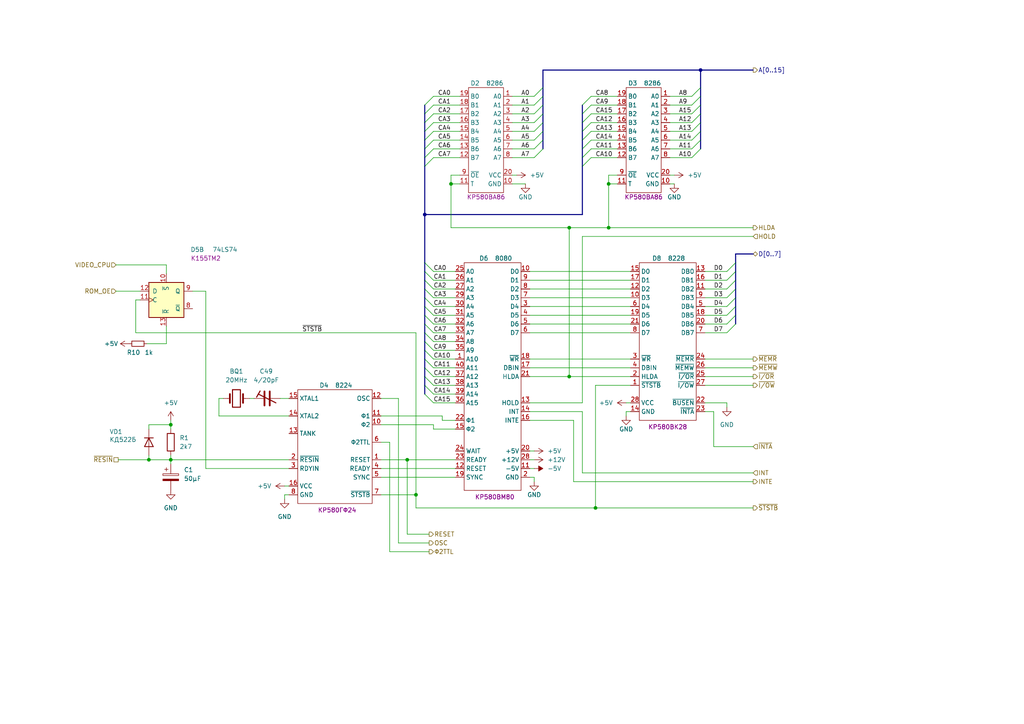
<source format=kicad_sch>
(kicad_sch (version 20211123) (generator eeschema)
  (paper "A4")
  (lib_symbols
    (symbol "74xx:74LS74" (pin_names (offset 1.016))
      (property "Reference" "U" (at -7.62 8.89 0))
      (property "Value" "74LS74" (at -7.62 -8.89 0))
      (symbol "74LS74_1_0"
        (pin input line (at 0 -7.62 90) (length 2.54) (name "~{R}") (number "1"))
        (pin input line (at -7.62 2.54 0) (length 2.54) (name "D") (number "2"))
        (pin input clock (at -7.62 0 0) (length 2.54) (name "C") (number "3"))
        (pin input line (at 0 7.62 270) (length 2.54) (name "~{S}") (number "4"))
        (pin output line (at 7.62 2.54 180) (length 2.54) (name "Q") (number "5"))
        (pin output line (at 7.62 -2.54 180) (length 2.54) (name "~{Q}") (number "6"))
      )
      (symbol "74LS74_1_1"
        (rectangle (start -5.08 5.08) (end 5.08 -5.08) (stroke (width 0.254)) (fill (type background)))
      )
      (symbol "74LS74_2_0"
        (pin input line (at 0 7.62 270) (length 2.54) (name "~{S}") (number "10"))
        (pin input clock (at -7.62 0 0) (length 2.54) (name "C") (number "11"))
        (pin input line (at -7.62 2.54 0) (length 2.54) (name "D") (number "12"))
        (pin input line (at 0 -7.62 90) (length 2.54) (name "~{R}") (number "13"))
        (pin output line (at 7.62 -2.54 180) (length 2.54) (name "~{Q}") (number "8"))
        (pin output line (at 7.62 2.54 180) (length 2.54) (name "Q") (number "9"))
      )
      (symbol "74LS74_2_1"
        (rectangle (start -5.08 5.08) (end 5.08 -5.08) (stroke (width 0.254)) (fill (type background)))
      )
      (symbol "74LS74_3_0"
        (pin power_in line (at 0 10.16 270) (length 2.54) (name "VCC") (number "14"))
        (pin power_in line (at 0 -10.16 90) (length 2.54) (name "GND") (number "7"))
      )
      (symbol "74LS74_3_1"
        (rectangle (start -5.08 7.62) (end 5.08 -7.62) (stroke (width 0.254)) (fill (type background)))
      )
    )
    (symbol "8286_1"
      (property "Reference" "D2" (at 5.08 5.08 0))
      (property "Value" "8286" (at 5.08 2.54 0))
      (symbol "8286_1_0_1"
        (rectangle (start 0 0) (end 10.16 -30.48))
      )
      (symbol "8286_1_1_1"
        (pin bidirectional line (at 12.7 -2.54 180) (length 2.54) (name "A0") (number "1"))
        (pin power_in line (at 12.7 -27.94 180) (length 2.54) (name "GND") (number "10"))
        (pin input line (at -2.54 -27.94 0) (length 2.54) (name "T") (number "11"))
        (pin bidirectional line (at -2.54 -20.32 0) (length 2.54) (name "B7") (number "12"))
        (pin bidirectional line (at -2.54 -17.78 0) (length 2.54) (name "B6") (number "13"))
        (pin bidirectional line (at -2.54 -15.24 0) (length 2.54) (name "B5") (number "14"))
        (pin bidirectional line (at -2.54 -12.7 0) (length 2.54) (name "B4") (number "15"))
        (pin bidirectional line (at -2.54 -10.16 0) (length 2.54) (name "B3") (number "16"))
        (pin bidirectional line (at -2.54 -7.62 0) (length 2.54) (name "B2") (number "17"))
        (pin bidirectional line (at -2.54 -5.08 0) (length 2.54) (name "B1") (number "18"))
        (pin bidirectional line (at -2.54 -2.54 0) (length 2.54) (name "B0") (number "19"))
        (pin bidirectional line (at 12.7 -5.08 180) (length 2.54) (name "A1") (number "2"))
        (pin bidirectional line (at 12.7 -25.4 180) (length 2.54) (name "VCC") (number "20"))
        (pin bidirectional line (at 12.7 -7.62 180) (length 2.54) (name "A2") (number "3"))
        (pin bidirectional line (at 12.7 -10.16 180) (length 2.54) (name "A3") (number "4"))
        (pin bidirectional line (at 12.7 -12.7 180) (length 2.54) (name "A4") (number "5"))
        (pin bidirectional line (at 12.7 -15.24 180) (length 2.54) (name "A5") (number "6"))
        (pin bidirectional line (at 12.7 -17.78 180) (length 2.54) (name "A6") (number "7"))
        (pin bidirectional line (at 12.7 -20.32 180) (length 2.54) (name "A7") (number "8"))
        (pin input line (at -2.54 -25.4 0) (length 2.54) (name "~{OE}") (number "9"))
      )
    )
    (symbol "Device:C_Polarized" (pin_numbers hide) (pin_names (offset 0.254))
      (property "Reference" "C" (at 0.635 2.54 0))
      (property "Value" "C_Polarized" (at 0.635 -2.54 0))
      (symbol "C_Polarized_0_1"
        (rectangle (start -2.286 0.508) (end 2.286 1.016))
        (polyline (pts (xy -1.778 2.286) (xy -0.762 2.286)))
        (polyline (pts (xy -1.27 2.794) (xy -1.27 1.778)))
        (rectangle (start 2.286 -0.508) (end -2.286 -1.016) (fill (type outline)))
      )
      (symbol "C_Polarized_1_1"
        (pin passive line (at 0 3.81 270) (length 2.794) (name "~") (number "1"))
        (pin passive line (at 0 -3.81 90) (length 2.794) (name "~") (number "2"))
      )
    )
    (symbol "Device:C_Trim" (pin_numbers hide) (pin_names (offset 0.254) hide)
      (property "Reference" "C" (at 1.524 -2.032 0))
      (property "Value" "C_Trim" (at 3.048 -3.556 0))
      (symbol "C_Trim_0_1"
        (polyline (pts (xy -2.032 -0.762) (xy 2.032 -0.762)) (stroke (width 0.508)))
        (polyline (pts (xy -2.032 0.762) (xy 2.032 0.762)) (stroke (width 0.508)))
        (polyline (pts (xy 1.27 2.54) (xy -1.27 -2.54)) (stroke (width 0.3048)))
        (polyline (pts (xy 1.27 2.54) (xy 0.381 3.048)) (stroke (width 0.3048)))
        (polyline (pts (xy 1.27 2.54) (xy 2.159 2.032)) (stroke (width 0.3048)))
      )
      (symbol "C_Trim_1_1"
        (pin passive line (at 0 3.81 270) (length 3.048) (name "~") (number "1"))
        (pin passive line (at 0 -3.81 90) (length 3.048) (name "~") (number "2"))
      )
    )
    (symbol "Device:Crystal" (pin_numbers hide) (pin_names (offset 1.016) hide)
      (property "Reference" "Y" (at 0 3.81 0))
      (property "Value" "Crystal" (at 0 -3.81 0))
      (symbol "Crystal_0_1"
        (rectangle (start -1.143 2.54) (end 1.143 -2.54) (stroke (width 0.3048)))
        (polyline (pts (xy -2.54 0) (xy -1.905 0)))
        (polyline (pts (xy -1.905 -1.27) (xy -1.905 1.27)) (stroke (width 0.508)))
        (polyline (pts (xy 1.905 -1.27) (xy 1.905 1.27)) (stroke (width 0.508)))
        (polyline (pts (xy 2.54 0) (xy 1.905 0)))
      )
      (symbol "Crystal_1_1"
        (pin passive line (at -3.81 0 0) (length 1.27) (name "1") (number "1"))
        (pin passive line (at 3.81 0 180) (length 1.27) (name "2") (number "2"))
      )
    )
    (symbol "Device:D" (pin_numbers hide) (pin_names (offset 1.016) hide)
      (property "Reference" "D" (at 0 2.54 0))
      (property "Value" "D" (at 0 -2.54 0))
      (symbol "D_0_1"
        (polyline (pts (xy -1.27 1.27) (xy -1.27 -1.27)) (stroke (width 0.254)))
        (polyline (pts (xy 1.27 0) (xy -1.27 0)))
        (polyline (pts (xy 1.27 1.27) (xy 1.27 -1.27) (xy -1.27 0) (xy 1.27 1.27)) (stroke (width 0.254)))
      )
      (symbol "D_1_1"
        (pin passive line (at -3.81 0 0) (length 2.54) (name "K") (number "1"))
        (pin passive line (at 3.81 0 180) (length 2.54) (name "A") (number "2"))
      )
    )
    (symbol "Device:R" (pin_numbers hide) (pin_names (offset 0))
      (property "Reference" "R" (at 2.032 0 90))
      (property "Value" "R" (at 0 0 90))
      (symbol "R_0_1"
        (rectangle (start -1.016 -2.54) (end 1.016 2.54) (stroke (width 0.254)))
      )
      (symbol "R_1_1"
        (pin passive line (at 0 3.81 270) (length 1.27) (name "~") (number "1"))
        (pin passive line (at 0 -3.81 90) (length 1.27) (name "~") (number "2"))
      )
    )
    (symbol "Device:R_Small" (pin_numbers hide) (pin_names (offset 0.254) hide)
      (property "Reference" "R" (at 0.762 0.508 0))
      (property "Value" "R_Small" (at 0.762 -1.016 0))
      (symbol "R_Small_0_1"
        (rectangle (start -0.762 1.778) (end 0.762 -1.778) (stroke (width 0.2032)))
      )
      (symbol "R_Small_1_1"
        (pin passive line (at 0 2.54 270) (length 0.762) (name "~") (number "1"))
        (pin passive line (at 0 -2.54 90) (length 0.762) (name "~") (number "2"))
      )
    )
    (symbol "intel8080:8080"
      (property "Reference" "U" (at 5.08 1.27 0))
      (property "Value" "8080" (at 8.89 -67.31 0))
      (symbol "8080_0_1"
        (rectangle (start 0 0) (end 16.51 -66.04))
      )
      (symbol "8080_1_1"
        (pin output line (at -2.54 -27.94 0) (length 2.54) (name "A10") (number "1"))
        (pin bidirectional line (at 19.05 -2.54 180) (length 2.54) (name "D0") (number "10"))
        (pin power_in line (at 19.05 -59.69 180) (length 2.54) (name "-5V") (number "11"))
        (pin input line (at -2.54 -59.69 0) (length 2.54) (name "RESET") (number "12"))
        (pin input line (at 19.05 -40.64 180) (length 2.54) (name "HOLD") (number "13"))
        (pin input line (at 19.05 -43.18 180) (length 2.54) (name "INT") (number "14"))
        (pin input line (at -2.54 -48.26 0) (length 2.54) (name "Φ2") (number "15"))
        (pin output line (at 19.05 -45.72 180) (length 2.54) (name "INTE") (number "16"))
        (pin output line (at 19.05 -30.48 180) (length 2.54) (name "DBIN") (number "17"))
        (pin output line (at 19.05 -27.94 180) (length 2.54) (name "~{WR}") (number "18"))
        (pin output line (at -2.54 -62.23 0) (length 2.54) (name "SYNC") (number "19"))
        (pin power_in line (at 19.05 -62.23 180) (length 2.54) (name "GND") (number "2"))
        (pin power_in line (at 19.05 -54.61 180) (length 2.54) (name "+5V") (number "20"))
        (pin output line (at 19.05 -33.02 180) (length 2.54) (name "HLDA") (number "21"))
        (pin input line (at -2.54 -45.72 0) (length 2.54) (name "Φ1") (number "22"))
        (pin input line (at -2.54 -57.15 0) (length 2.54) (name "READY") (number "23"))
        (pin output line (at -2.54 -54.61 0) (length 2.54) (name "WAIT") (number "24"))
        (pin output line (at -2.54 -2.54 0) (length 2.54) (name "A0") (number "25"))
        (pin output line (at -2.54 -5.08 0) (length 2.54) (name "A1") (number "26"))
        (pin output line (at -2.54 -7.62 0) (length 2.54) (name "A2") (number "27"))
        (pin power_in line (at 19.05 -57.15 180) (length 2.54) (name "+12V") (number "28"))
        (pin output line (at -2.54 -10.16 0) (length 2.54) (name "A3") (number "29"))
        (pin bidirectional line (at 19.05 -12.7 180) (length 2.54) (name "D4") (number "3"))
        (pin output line (at -2.54 -12.7 0) (length 2.54) (name "A4") (number "30"))
        (pin output line (at -2.54 -15.24 0) (length 2.54) (name "A5") (number "31"))
        (pin output line (at -2.54 -17.78 0) (length 2.54) (name "A6") (number "32"))
        (pin output line (at -2.54 -20.32 0) (length 2.54) (name "A7") (number "33"))
        (pin output line (at -2.54 -22.86 0) (length 2.54) (name "A8") (number "34"))
        (pin output line (at -2.54 -25.4 0) (length 2.54) (name "A9") (number "35"))
        (pin output line (at -2.54 -40.64 0) (length 2.54) (name "A15") (number "36"))
        (pin output line (at -2.54 -33.02 0) (length 2.54) (name "A12") (number "37"))
        (pin output line (at -2.54 -35.56 0) (length 2.54) (name "A13") (number "38"))
        (pin output line (at -2.54 -38.1 0) (length 2.54) (name "A14") (number "39"))
        (pin bidirectional line (at 19.05 -15.24 180) (length 2.54) (name "D5") (number "4"))
        (pin output line (at -2.54 -30.48 0) (length 2.54) (name "A11") (number "40"))
        (pin bidirectional line (at 19.05 -17.78 180) (length 2.54) (name "D6") (number "5"))
        (pin bidirectional line (at 19.05 -20.32 180) (length 2.54) (name "D7") (number "6"))
        (pin bidirectional line (at 19.05 -10.16 180) (length 2.54) (name "D3") (number "7"))
        (pin bidirectional line (at 19.05 -7.62 180) (length 2.54) (name "D2") (number "8"))
        (pin bidirectional line (at 19.05 -5.08 180) (length 2.54) (name "D1") (number "9"))
      )
    )
    (symbol "intel8080:8224"
      (property "Reference" "U" (at 10.16 1.27 0))
      (property "Value" "8224" (at 11.43 -34.29 0))
      (symbol "8224_0_1"
        (rectangle (start 0 0) (end 21.59 -33.02))
      )
      (symbol "8224_1_1"
        (pin output line (at 24.13 -20.32 180) (length 2.54) (name "RESET") (number "1"))
        (pin output line (at 24.13 -10.16 180) (length 2.54) (name "Φ2") (number "10"))
        (pin output line (at 24.13 -7.62 180) (length 2.54) (name "Φ1") (number "11"))
        (pin output line (at 24.13 -2.54 180) (length 2.54) (name "OSC") (number "12"))
        (pin input line (at -2.54 -12.7 0) (length 2.54) (name "TANK") (number "13"))
        (pin input line (at -2.54 -7.62 0) (length 2.54) (name "XTAL2") (number "14"))
        (pin input line (at -2.54 -2.54 0) (length 2.54) (name "XTAL1") (number "15"))
        (pin power_in line (at -2.54 -27.94 0) (length 2.54) (name "VCC") (number "16"))
        (pin input line (at -2.54 -20.32 0) (length 2.54) (name "~{RESIN}") (number "2"))
        (pin input line (at -2.54 -22.86 0) (length 2.54) (name "RDYIN") (number "3"))
        (pin output line (at 24.13 -22.86 180) (length 2.54) (name "READY") (number "4"))
        (pin input line (at 24.13 -25.4 180) (length 2.54) (name "SYNC") (number "5"))
        (pin output line (at 24.13 -15.24 180) (length 2.54) (name "Φ2TTL") (number "6"))
        (pin output line (at 24.13 -30.48 180) (length 2.54) (name "~{STSTB}") (number "7"))
        (pin power_in line (at -2.54 -30.48 0) (length 2.54) (name "GND") (number "8"))
      )
    )
    (symbol "intel8080:8228"
      (property "Reference" "D8" (at 8.89 3.81 0))
      (property "Value" "8228 / КР580ВК28" (at 10.16 1.27 0))
      (symbol "8228_0_1"
        (rectangle (start 0 0) (end 16.51 -45.72))
      )
      (symbol "8228_1_1"
        (pin input line (at -2.54 -35.56 0) (length 2.54) (name "~{STSTB}") (number "1"))
        (pin bidirectional line (at -2.54 -10.16 0) (length 2.54) (name "D3") (number "10"))
        (pin bidirectional line (at 19.05 -7.62 180) (length 2.54) (name "DB2") (number "11"))
        (pin bidirectional line (at -2.54 -7.62 0) (length 2.54) (name "D2") (number "12"))
        (pin bidirectional line (at 19.05 -2.54 180) (length 2.54) (name "DB0") (number "13"))
        (pin power_in line (at -2.54 -43.18 0) (length 2.54) (name "GND") (number "14"))
        (pin bidirectional line (at -2.54 -2.54 0) (length 2.54) (name "D0") (number "15"))
        (pin bidirectional line (at 19.05 -5.08 180) (length 2.54) (name "DB1") (number "16"))
        (pin bidirectional line (at -2.54 -5.08 0) (length 2.54) (name "D1") (number "17"))
        (pin bidirectional line (at 19.05 -15.24 180) (length 2.54) (name "DB5") (number "18"))
        (pin bidirectional line (at -2.54 -15.24 0) (length 2.54) (name "D5") (number "19"))
        (pin input line (at -2.54 -33.02 0) (length 2.54) (name "HLDA") (number "2"))
        (pin bidirectional line (at 19.05 -17.78 180) (length 2.54) (name "DB6") (number "20"))
        (pin bidirectional line (at -2.54 -17.78 0) (length 2.54) (name "D6") (number "21"))
        (pin input line (at 19.05 -40.64 180) (length 2.54) (name "~{BUSEN}") (number "22"))
        (pin output line (at 19.05 -43.18 180) (length 2.54) (name "~{INTA}") (number "23"))
        (pin output line (at 19.05 -27.94 180) (length 2.54) (name "~{MEMR}") (number "24"))
        (pin output line (at 19.05 -33.02 180) (length 2.54) (name "~{I/OR}") (number "25"))
        (pin output line (at 19.05 -30.48 180) (length 2.54) (name "~{MEMW}") (number "26"))
        (pin output line (at 19.05 -35.56 180) (length 2.54) (name "~{I/OW}") (number "27"))
        (pin power_in line (at -2.54 -40.64 0) (length 2.54) (name "VCC") (number "28"))
        (pin input line (at -2.54 -27.94 0) (length 2.54) (name "~{WR}") (number "3"))
        (pin input line (at -2.54 -30.48 0) (length 2.54) (name "DBIN") (number "4"))
        (pin bidirectional line (at 19.05 -12.7 180) (length 2.54) (name "DB4") (number "5"))
        (pin bidirectional line (at -2.54 -12.7 0) (length 2.54) (name "D4") (number "6"))
        (pin bidirectional line (at 19.05 -20.32 180) (length 2.54) (name "DB7") (number "7"))
        (pin bidirectional line (at -2.54 -20.32 0) (length 2.54) (name "D7") (number "8"))
        (pin bidirectional line (at 19.05 -10.16 180) (length 2.54) (name "DB3") (number "9"))
      )
    )
    (symbol "intel8080:8286"
      (property "Reference" "D2" (at 5.08 5.08 0))
      (property "Value" "8286" (at 5.08 2.54 0))
      (symbol "8286_0_1"
        (rectangle (start 0 0) (end 10.16 -30.48))
      )
      (symbol "8286_1_1"
        (pin bidirectional line (at 12.7 -2.54 180) (length 2.54) (name "A0") (number "1"))
        (pin power_in line (at 12.7 -27.94 180) (length 2.54) (name "GND") (number "10"))
        (pin input line (at -2.54 -27.94 0) (length 2.54) (name "T") (number "11"))
        (pin bidirectional line (at -2.54 -20.32 0) (length 2.54) (name "B7") (number "12"))
        (pin bidirectional line (at -2.54 -17.78 0) (length 2.54) (name "B6") (number "13"))
        (pin bidirectional line (at -2.54 -15.24 0) (length 2.54) (name "B5") (number "14"))
        (pin bidirectional line (at -2.54 -12.7 0) (length 2.54) (name "B4") (number "15"))
        (pin bidirectional line (at -2.54 -10.16 0) (length 2.54) (name "B3") (number "16"))
        (pin bidirectional line (at -2.54 -7.62 0) (length 2.54) (name "B2") (number "17"))
        (pin bidirectional line (at -2.54 -5.08 0) (length 2.54) (name "B1") (number "18"))
        (pin bidirectional line (at -2.54 -2.54 0) (length 2.54) (name "B0") (number "19"))
        (pin bidirectional line (at 12.7 -5.08 180) (length 2.54) (name "A1") (number "2"))
        (pin bidirectional line (at 12.7 -25.4 180) (length 2.54) (name "VCC") (number "20"))
        (pin bidirectional line (at 12.7 -7.62 180) (length 2.54) (name "A2") (number "3"))
        (pin bidirectional line (at 12.7 -10.16 180) (length 2.54) (name "A3") (number "4"))
        (pin bidirectional line (at 12.7 -12.7 180) (length 2.54) (name "A4") (number "5"))
        (pin bidirectional line (at 12.7 -15.24 180) (length 2.54) (name "A5") (number "6"))
        (pin bidirectional line (at 12.7 -17.78 180) (length 2.54) (name "A6") (number "7"))
        (pin bidirectional line (at 12.7 -20.32 180) (length 2.54) (name "A7") (number "8"))
        (pin input line (at -2.54 -25.4 0) (length 2.54) (name "~{OE}") (number "9"))
      )
    )
    (symbol "power:+12V" (power) (pin_names (offset 0))
      (property "Value" "+12V" (at 0 3.556 0))
      (symbol "+12V_0_1"
        (polyline (pts (xy -0.762 1.27) (xy 0 2.54)))
        (polyline (pts (xy 0 0) (xy 0 2.54)))
        (polyline (pts (xy 0 2.54) (xy 0.762 1.27)))
      )
      (symbol "+12V_1_1"
        (pin power_in line (at 0 0 90) (length 0) hide (name "+12V") (number "1"))
      )
    )
    (symbol "power:+5V" (power) (pin_names (offset 0))
      (property "Value" "+5V" (at 0 3.556 0))
      (symbol "+5V_0_1"
        (polyline (pts (xy -0.762 1.27) (xy 0 2.54)))
        (polyline (pts (xy 0 0) (xy 0 2.54)))
        (polyline (pts (xy 0 2.54) (xy 0.762 1.27)))
      )
      (symbol "+5V_1_1"
        (pin power_in line (at 0 0 90) (length 0) hide (name "+5V") (number "1"))
      )
    )
    (symbol "power:-5V" (power) (pin_names (offset 0))
      (property "Value" "-5V" (at 0 3.81 0))
      (symbol "-5V_0_0"
        (pin power_in line (at 0 0 90) (length 0) hide (name "-5V") (number "1"))
      )
      (symbol "-5V_0_1"
        (polyline (pts (xy 0 0) (xy 0 1.27) (xy 0.762 1.27) (xy 0 2.54) (xy -0.762 1.27) (xy 0 1.27)) (fill (type outline)))
      )
    )
    (symbol "power:GND" (power) (pin_names (offset 0))
      (property "Value" "GND" (at 0 -3.81 0))
      (symbol "GND_0_1"
        (polyline (pts (xy 0 0) (xy 0 -1.27) (xy 1.27 -1.27) (xy 0 -2.54) (xy -1.27 -1.27) (xy 0 -1.27)))
      )
      (symbol "GND_1_1"
        (pin power_in line (at 0 0 270) (length 0) hide (name "GND") (number "1"))
      )
    )
  )
  (junction (at 176.53 53.34))
  (junction (at 130.81 53.34))
  (junction (at 49.53 133.35))
  (junction (at 43.18 133.35))
  (junction (at 120.65 143.51))
  (junction (at 49.53 123.19))
  (junction (at 176.53 66.04))
  (junction (at 172.72 147.32))
  (junction (at 165.1 109.22))
  (junction (at 118.11 133.35))
  (junction (at 123.19 62.23))
  (junction (at 203.2 20.32))
  (junction (at 165.1 66.04))
  (bus_entry (at 123.19 35.56) (size 2.54 -2.54))
  (bus_entry (at 123.19 40.64) (size 2.54 -2.54))
  (bus_entry (at 123.19 38.1) (size 2.54 -2.54))
  (bus_entry (at 123.19 45.72) (size 2.54 -2.54))
  (bus_entry (at 123.19 43.18) (size 2.54 -2.54))
  (bus_entry (at 123.19 48.26) (size 2.54 -2.54))
  (bus_entry (at 123.19 81.28) (size 2.54 2.54))
  (bus_entry (at 123.19 76.2) (size 2.54 2.54))
  (bus_entry (at 210.82 93.98) (size 2.54 -2.54))
  (bus_entry (at 200.66 40.64) (size 2.54 -2.54))
  (bus_entry (at 123.19 33.02) (size 2.54 -2.54))
  (bus_entry (at 123.19 30.48) (size 2.54 -2.54))
  (bus_entry (at 210.82 81.28) (size 2.54 -2.54))
  (bus_entry (at 154.94 43.18) (size 2.54 -2.54))
  (bus_entry (at 123.19 83.82) (size 2.54 2.54))
  (bus_entry (at 154.94 27.94) (size 2.54 -2.54))
  (bus_entry (at 200.66 45.72) (size 2.54 -2.54))
  (bus_entry (at 123.19 93.98) (size 2.54 2.54))
  (bus_entry (at 168.91 35.56) (size 2.54 -2.54))
  (bus_entry (at 123.19 104.14) (size 2.54 2.54))
  (bus_entry (at 168.91 43.18) (size 2.54 -2.54))
  (bus_entry (at 154.94 45.72) (size 2.54 -2.54))
  (bus_entry (at 123.19 91.44) (size 2.54 2.54))
  (bus_entry (at 200.66 30.48) (size 2.54 -2.54))
  (bus_entry (at 123.19 96.52) (size 2.54 2.54))
  (bus_entry (at 210.82 96.52) (size 2.54 -2.54))
  (bus_entry (at 168.91 30.48) (size 2.54 -2.54))
  (bus_entry (at 154.94 35.56) (size 2.54 -2.54))
  (bus_entry (at 200.66 35.56) (size 2.54 -2.54))
  (bus_entry (at 123.19 109.22) (size 2.54 2.54))
  (bus_entry (at 210.82 86.36) (size 2.54 -2.54))
  (bus_entry (at 154.94 30.48) (size 2.54 -2.54))
  (bus_entry (at 123.19 99.06) (size 2.54 2.54))
  (bus_entry (at 123.19 101.6) (size 2.54 2.54))
  (bus_entry (at 123.19 88.9) (size 2.54 2.54))
  (bus_entry (at 168.91 48.26) (size 2.54 -2.54))
  (bus_entry (at 200.66 43.18) (size 2.54 -2.54))
  (bus_entry (at 123.19 86.36) (size 2.54 2.54))
  (bus_entry (at 168.91 45.72) (size 2.54 -2.54))
  (bus_entry (at 210.82 91.44) (size 2.54 -2.54))
  (bus_entry (at 168.91 38.1) (size 2.54 -2.54))
  (bus_entry (at 168.91 40.64) (size 2.54 -2.54))
  (bus_entry (at 154.94 38.1) (size 2.54 -2.54))
  (bus_entry (at 210.82 78.74) (size 2.54 -2.54))
  (bus_entry (at 123.19 78.74) (size 2.54 2.54))
  (bus_entry (at 210.82 88.9) (size 2.54 -2.54))
  (bus_entry (at 168.91 33.02) (size 2.54 -2.54))
  (bus_entry (at 123.19 114.3) (size 2.54 2.54))
  (bus_entry (at 154.94 33.02) (size 2.54 -2.54))
  (bus_entry (at 200.66 38.1) (size 2.54 -2.54))
  (bus_entry (at 123.19 106.68) (size 2.54 2.54))
  (bus_entry (at 200.66 27.94) (size 2.54 -2.54))
  (bus_entry (at 210.82 83.82) (size 2.54 -2.54))
  (bus_entry (at 200.66 33.02) (size 2.54 -2.54))
  (bus_entry (at 123.19 111.76) (size 2.54 2.54))
  (bus_entry (at 154.94 40.64) (size 2.54 -2.54))
  (wire (pts (xy 63.5 115.57) (xy 64.77 115.57)))
  (wire (pts (xy 120.65 96.52) (xy 120.65 143.51)))
  (bus (pts (xy 157.48 35.56) (xy 157.48 33.02)))
  (wire (pts (xy 148.59 30.48) (xy 154.94 30.48)))
  (bus (pts (xy 213.36 83.82) (xy 213.36 81.28)))
  (bus (pts (xy 203.2 38.1) (xy 203.2 40.64)))
  (wire (pts (xy 176.53 53.34) (xy 176.53 66.04)))
  (wire (pts (xy 82.55 144.78) (xy 82.55 143.51)))
  (wire (pts (xy 207.01 129.54) (xy 218.44 129.54)))
  (bus (pts (xy 203.2 40.64) (xy 203.2 43.18)))
  (wire (pts (xy 148.59 38.1) (xy 154.94 38.1)))
  (wire (pts (xy 207.01 119.38) (xy 207.01 129.54)))
  (wire (pts (xy 110.49 143.51) (xy 120.65 143.51)))
  (wire (pts (xy 172.72 147.32) (xy 172.72 111.76)))
  (wire (pts (xy 204.47 106.68) (xy 218.44 106.68)))
  (wire (pts (xy 125.73 91.44) (xy 132.08 91.44)))
  (bus (pts (xy 157.48 30.48) (xy 157.48 27.94)))
  (wire (pts (xy 113.03 160.02) (xy 124.46 160.02)))
  (bus (pts (xy 168.91 38.1) (xy 168.91 40.64)))
  (bus (pts (xy 123.19 76.2) (xy 123.19 78.74)))
  (wire (pts (xy 83.82 120.65) (xy 63.5 120.65)))
  (wire (pts (xy 125.73 106.68) (xy 132.08 106.68)))
  (wire (pts (xy 148.59 27.94) (xy 154.94 27.94)))
  (wire (pts (xy 168.91 119.38) (xy 168.91 137.16)))
  (wire (pts (xy 181.61 116.84) (xy 182.88 116.84)))
  (wire (pts (xy 82.55 140.97) (xy 83.82 140.97)))
  (wire (pts (xy 39.37 86.995) (xy 40.64 86.995)))
  (wire (pts (xy 171.45 45.72) (xy 179.07 45.72)))
  (bus (pts (xy 168.91 30.48) (xy 168.91 33.02)))
  (wire (pts (xy 125.73 83.82) (xy 132.08 83.82)))
  (bus (pts (xy 123.19 62.23) (xy 123.19 76.2)))
  (bus (pts (xy 213.36 78.74) (xy 213.36 76.2)))
  (wire (pts (xy 125.73 78.74) (xy 132.08 78.74)))
  (bus (pts (xy 123.19 62.23) (xy 168.91 62.23)))
  (wire (pts (xy 204.47 91.44) (xy 210.82 91.44)))
  (wire (pts (xy 128.27 121.92) (xy 132.08 121.92)))
  (wire (pts (xy 125.73 99.06) (xy 132.08 99.06)))
  (wire (pts (xy 171.45 33.02) (xy 179.07 33.02)))
  (bus (pts (xy 123.19 106.68) (xy 123.19 109.22)))
  (wire (pts (xy 125.73 111.76) (xy 132.08 111.76)))
  (wire (pts (xy 118.11 133.35) (xy 132.08 133.35)))
  (wire (pts (xy 153.67 109.22) (xy 165.1 109.22)))
  (wire (pts (xy 63.5 120.65) (xy 63.5 115.57)))
  (wire (pts (xy 166.37 139.7) (xy 218.44 139.7)))
  (wire (pts (xy 125.73 116.84) (xy 132.08 116.84)))
  (bus (pts (xy 213.36 91.44) (xy 213.36 88.9)))
  (wire (pts (xy 125.73 86.36) (xy 132.08 86.36)))
  (bus (pts (xy 157.48 25.4) (xy 157.48 20.32)))
  (wire (pts (xy 194.31 53.34) (xy 195.58 53.34)))
  (wire (pts (xy 130.81 50.8) (xy 130.81 53.34)))
  (wire (pts (xy 153.67 106.68) (xy 182.88 106.68)))
  (wire (pts (xy 168.91 116.84) (xy 168.91 68.58)))
  (wire (pts (xy 153.67 83.82) (xy 182.88 83.82)))
  (wire (pts (xy 124.46 154.94) (xy 118.11 154.94)))
  (wire (pts (xy 125.73 40.64) (xy 133.35 40.64)))
  (wire (pts (xy 204.47 104.14) (xy 218.44 104.14)))
  (wire (pts (xy 34.29 133.35) (xy 43.18 133.35)))
  (wire (pts (xy 81.28 115.57) (xy 83.82 115.57)))
  (bus (pts (xy 123.19 48.26) (xy 123.19 62.23)))
  (bus (pts (xy 213.36 86.36) (xy 213.36 83.82)))
  (wire (pts (xy 165.1 109.22) (xy 182.88 109.22)))
  (wire (pts (xy 153.67 130.81) (xy 154.94 130.81)))
  (wire (pts (xy 171.45 43.18) (xy 179.07 43.18)))
  (wire (pts (xy 204.47 109.22) (xy 218.44 109.22)))
  (wire (pts (xy 153.67 78.74) (xy 182.88 78.74)))
  (bus (pts (xy 213.36 93.98) (xy 213.36 91.44)))
  (wire (pts (xy 153.67 91.44) (xy 182.88 91.44)))
  (wire (pts (xy 110.49 135.89) (xy 132.08 135.89)))
  (bus (pts (xy 203.2 27.94) (xy 203.2 30.48)))
  (bus (pts (xy 123.19 99.06) (xy 123.19 101.6)))
  (wire (pts (xy 165.1 66.04) (xy 176.53 66.04)))
  (wire (pts (xy 176.53 53.34) (xy 179.07 53.34)))
  (wire (pts (xy 194.31 40.64) (xy 200.66 40.64)))
  (bus (pts (xy 123.19 83.82) (xy 123.19 86.36)))
  (bus (pts (xy 123.19 45.72) (xy 123.19 48.26)))
  (wire (pts (xy 39.37 96.52) (xy 39.37 86.995)))
  (wire (pts (xy 153.67 133.35) (xy 154.94 133.35)))
  (wire (pts (xy 125.73 35.56) (xy 133.35 35.56)))
  (bus (pts (xy 123.19 88.9) (xy 123.19 91.44)))
  (wire (pts (xy 125.73 38.1) (xy 133.35 38.1)))
  (wire (pts (xy 43.18 124.46) (xy 43.18 123.19)))
  (wire (pts (xy 153.67 119.38) (xy 168.91 119.38)))
  (wire (pts (xy 153.67 116.84) (xy 168.91 116.84)))
  (bus (pts (xy 157.48 38.1) (xy 157.48 35.56)))
  (wire (pts (xy 130.81 66.04) (xy 130.81 53.34)))
  (wire (pts (xy 110.49 123.19) (xy 125.73 123.19)))
  (bus (pts (xy 203.2 35.56) (xy 203.2 38.1)))
  (wire (pts (xy 204.47 96.52) (xy 210.82 96.52)))
  (wire (pts (xy 118.11 154.94) (xy 118.11 133.35)))
  (wire (pts (xy 148.59 33.02) (xy 154.94 33.02)))
  (bus (pts (xy 123.19 78.74) (xy 123.19 81.28)))
  (wire (pts (xy 59.69 84.455) (xy 59.69 135.89)))
  (wire (pts (xy 42.545 99.695) (xy 48.26 99.695)))
  (bus (pts (xy 123.19 40.64) (xy 123.19 43.18)))
  (bus (pts (xy 213.36 88.9) (xy 213.36 86.36)))
  (wire (pts (xy 125.73 45.72) (xy 133.35 45.72)))
  (wire (pts (xy 33.655 76.835) (xy 48.26 76.835)))
  (wire (pts (xy 130.81 53.34) (xy 133.35 53.34)))
  (wire (pts (xy 43.18 133.35) (xy 43.18 132.08)))
  (wire (pts (xy 48.26 94.615) (xy 48.26 99.695)))
  (wire (pts (xy 49.53 123.19) (xy 49.53 124.46)))
  (wire (pts (xy 172.72 111.76) (xy 182.88 111.76)))
  (bus (pts (xy 157.48 20.32) (xy 203.2 20.32)))
  (wire (pts (xy 194.31 50.8) (xy 195.58 50.8)))
  (bus (pts (xy 123.19 101.6) (xy 123.19 104.14)))
  (wire (pts (xy 194.31 30.48) (xy 200.66 30.48)))
  (wire (pts (xy 153.67 81.28) (xy 182.88 81.28)))
  (wire (pts (xy 59.69 135.89) (xy 83.82 135.89)))
  (wire (pts (xy 49.53 121.92) (xy 49.53 123.19)))
  (wire (pts (xy 125.73 114.3) (xy 132.08 114.3)))
  (bus (pts (xy 157.48 27.94) (xy 157.48 25.4)))
  (wire (pts (xy 204.47 81.28) (xy 210.82 81.28)))
  (wire (pts (xy 43.18 123.19) (xy 49.53 123.19)))
  (bus (pts (xy 168.91 48.26) (xy 168.91 62.23)))
  (wire (pts (xy 204.47 86.36) (xy 210.82 86.36)))
  (wire (pts (xy 153.67 86.36) (xy 182.88 86.36)))
  (wire (pts (xy 194.31 33.02) (xy 200.66 33.02)))
  (wire (pts (xy 72.39 115.57) (xy 73.66 115.57)))
  (wire (pts (xy 120.65 96.52) (xy 39.37 96.52)))
  (wire (pts (xy 171.45 40.64) (xy 179.07 40.64)))
  (wire (pts (xy 43.18 133.35) (xy 49.53 133.35)))
  (wire (pts (xy 204.47 78.74) (xy 210.82 78.74)))
  (wire (pts (xy 125.73 30.48) (xy 133.35 30.48)))
  (wire (pts (xy 125.73 88.9) (xy 132.08 88.9)))
  (bus (pts (xy 123.19 35.56) (xy 123.19 38.1)))
  (bus (pts (xy 168.91 40.64) (xy 168.91 43.18)))
  (wire (pts (xy 204.47 119.38) (xy 207.01 119.38)))
  (wire (pts (xy 153.67 104.14) (xy 182.88 104.14)))
  (wire (pts (xy 125.73 104.14) (xy 132.08 104.14)))
  (wire (pts (xy 110.49 120.65) (xy 128.27 120.65)))
  (wire (pts (xy 171.45 27.94) (xy 179.07 27.94)))
  (wire (pts (xy 210.82 118.11) (xy 210.82 116.84)))
  (wire (pts (xy 204.47 83.82) (xy 210.82 83.82)))
  (wire (pts (xy 49.53 133.35) (xy 83.82 133.35)))
  (wire (pts (xy 125.73 27.94) (xy 133.35 27.94)))
  (bus (pts (xy 203.2 20.32) (xy 203.2 25.4)))
  (bus (pts (xy 123.19 93.98) (xy 123.19 96.52)))
  (wire (pts (xy 125.73 123.19) (xy 125.73 124.46)))
  (wire (pts (xy 125.73 43.18) (xy 133.35 43.18)))
  (wire (pts (xy 153.67 121.92) (xy 166.37 121.92)))
  (wire (pts (xy 194.31 38.1) (xy 200.66 38.1)))
  (wire (pts (xy 176.53 50.8) (xy 176.53 53.34)))
  (wire (pts (xy 110.49 133.35) (xy 118.11 133.35)))
  (wire (pts (xy 115.57 115.57) (xy 115.57 157.48)))
  (wire (pts (xy 165.1 109.22) (xy 165.1 66.04)))
  (wire (pts (xy 204.47 93.98) (xy 210.82 93.98)))
  (wire (pts (xy 148.59 35.56) (xy 154.94 35.56)))
  (bus (pts (xy 123.19 86.36) (xy 123.19 88.9)))
  (wire (pts (xy 110.49 128.27) (xy 113.03 128.27)))
  (bus (pts (xy 203.2 20.32) (xy 218.44 20.32)))
  (wire (pts (xy 148.59 43.18) (xy 154.94 43.18)))
  (wire (pts (xy 120.65 143.51) (xy 120.65 147.32)))
  (wire (pts (xy 125.73 33.02) (xy 133.35 33.02)))
  (wire (pts (xy 125.73 81.28) (xy 132.08 81.28)))
  (wire (pts (xy 153.67 93.98) (xy 182.88 93.98)))
  (wire (pts (xy 194.31 35.56) (xy 200.66 35.56)))
  (wire (pts (xy 153.67 138.43) (xy 154.94 138.43)))
  (wire (pts (xy 59.69 84.455) (xy 55.88 84.455)))
  (wire (pts (xy 172.72 147.32) (xy 218.44 147.32)))
  (wire (pts (xy 179.07 50.8) (xy 176.53 50.8)))
  (bus (pts (xy 168.91 43.18) (xy 168.91 45.72)))
  (wire (pts (xy 153.67 96.52) (xy 182.88 96.52)))
  (bus (pts (xy 123.19 91.44) (xy 123.19 93.98)))
  (wire (pts (xy 49.53 132.08) (xy 49.53 133.35)))
  (wire (pts (xy 176.53 66.04) (xy 218.44 66.04)))
  (bus (pts (xy 123.19 33.02) (xy 123.19 35.56)))
  (bus (pts (xy 213.36 81.28) (xy 213.36 78.74)))
  (wire (pts (xy 110.49 115.57) (xy 115.57 115.57)))
  (wire (pts (xy 148.59 45.72) (xy 154.94 45.72)))
  (bus (pts (xy 123.19 96.52) (xy 123.19 99.06)))
  (wire (pts (xy 125.73 96.52) (xy 132.08 96.52)))
  (wire (pts (xy 110.49 138.43) (xy 132.08 138.43)))
  (bus (pts (xy 123.19 43.18) (xy 123.19 45.72)))
  (wire (pts (xy 120.65 147.32) (xy 172.72 147.32)))
  (wire (pts (xy 168.91 137.16) (xy 218.44 137.16)))
  (bus (pts (xy 157.48 43.18) (xy 157.48 40.64)))
  (bus (pts (xy 157.48 40.64) (xy 157.48 38.1)))
  (bus (pts (xy 168.91 35.56) (xy 168.91 38.1)))
  (bus (pts (xy 213.36 76.2) (xy 213.36 73.66)))
  (wire (pts (xy 168.91 68.58) (xy 218.44 68.58)))
  (wire (pts (xy 153.67 135.89) (xy 154.94 135.89)))
  (bus (pts (xy 123.19 109.22) (xy 123.19 111.76)))
  (wire (pts (xy 113.03 128.27) (xy 113.03 160.02)))
  (bus (pts (xy 123.19 104.14) (xy 123.19 106.68)))
  (wire (pts (xy 166.37 121.92) (xy 166.37 139.7)))
  (wire (pts (xy 125.73 124.46) (xy 132.08 124.46)))
  (wire (pts (xy 204.47 111.76) (xy 218.44 111.76)))
  (wire (pts (xy 33.655 84.455) (xy 40.64 84.455)))
  (wire (pts (xy 49.53 133.35) (xy 49.53 134.62)))
  (bus (pts (xy 168.91 33.02) (xy 168.91 35.56)))
  (bus (pts (xy 157.48 33.02) (xy 157.48 30.48)))
  (wire (pts (xy 171.45 35.56) (xy 179.07 35.56)))
  (wire (pts (xy 194.31 45.72) (xy 200.66 45.72)))
  (bus (pts (xy 203.2 30.48) (xy 203.2 33.02)))
  (wire (pts (xy 171.45 30.48) (xy 179.07 30.48)))
  (wire (pts (xy 194.31 43.18) (xy 200.66 43.18)))
  (bus (pts (xy 123.19 81.28) (xy 123.19 83.82)))
  (wire (pts (xy 182.88 119.38) (xy 181.61 119.38)))
  (bus (pts (xy 213.36 73.66) (xy 218.44 73.66)))
  (wire (pts (xy 204.47 116.84) (xy 210.82 116.84)))
  (wire (pts (xy 125.73 101.6) (xy 132.08 101.6)))
  (bus (pts (xy 203.2 33.02) (xy 203.2 35.56)))
  (wire (pts (xy 115.57 157.48) (xy 124.46 157.48)))
  (wire (pts (xy 148.59 40.64) (xy 154.94 40.64)))
  (wire (pts (xy 82.55 143.51) (xy 83.82 143.51)))
  (wire (pts (xy 194.31 27.94) (xy 200.66 27.94)))
  (wire (pts (xy 125.73 93.98) (xy 132.08 93.98)))
  (wire (pts (xy 48.26 76.835) (xy 48.26 79.375)))
  (bus (pts (xy 123.19 111.76) (xy 123.19 114.3)))
  (wire (pts (xy 165.1 66.04) (xy 130.81 66.04)))
  (wire (pts (xy 133.35 50.8) (xy 130.81 50.8)))
  (bus (pts (xy 203.2 25.4) (xy 203.2 27.94)))
  (wire (pts (xy 181.61 119.38) (xy 181.61 120.65)))
  (bus (pts (xy 168.91 45.72) (xy 168.91 48.26)))
  (wire (pts (xy 204.47 88.9) (xy 210.82 88.9)))
  (wire (pts (xy 171.45 38.1) (xy 179.07 38.1)))
  (wire (pts (xy 128.27 120.65) (xy 128.27 121.92)))
  (wire (pts (xy 125.73 109.22) (xy 132.08 109.22)))
  (bus (pts (xy 123.19 30.48) (xy 123.19 33.02)))
  (wire (pts (xy 153.67 88.9) (xy 182.88 88.9)))
  (wire (pts (xy 148.59 50.8) (xy 149.86 50.8)))
  (wire (pts (xy 148.59 53.34) (xy 152.4 53.34)))
  (bus (pts (xy 123.19 38.1) (xy 123.19 40.64)))
  (wire (pts (xy 154.94 138.43) (xy 154.94 139.7)))
  (label "A14" (at 196.85 40.64 0))
  (label "CA4" (at 127 38.1 0))
  (label "CA10" (at 172.72 45.72 0))
  (label "A2" (at 151.13 33.02 0))
  (label "A8" (at 196.85 27.94 0))
  (label "CA1" (at 127 30.48 0))
  (label "CA8" (at 125.73 99.06 0))
  (label "D3" (at 207.01 86.36 0))
  (label "CA12" (at 172.72 35.56 0))
  (label "CA15" (at 125.73 116.84 0))
  (label "A7" (at 151.13 45.72 0))
  (label "CA13" (at 125.73 111.76 0))
  (label "A4" (at 151.13 38.1 0))
  (label "CA13" (at 172.72 38.1 0))
  (label "CA7" (at 127 45.72 0))
  (label "CA5" (at 127 40.64 0))
  (label "CA14" (at 172.72 40.64 0))
  (label "A1" (at 151.13 30.48 0))
  (label "CA7" (at 125.73 96.52 0))
  (label "CA2" (at 127 33.02 0))
  (label "CA1" (at 125.73 81.28 0))
  (label "A13" (at 196.85 38.1 0))
  (label "D2" (at 207.01 83.82 0))
  (label "CA10" (at 125.73 104.14 0))
  (label "A0" (at 151.13 27.94 0))
  (label "CA0" (at 125.73 78.74 0))
  (label "CA0" (at 127 27.94 0))
  (label "CA15" (at 172.72 33.02 0))
  (label "A10" (at 196.85 45.72 0))
  (label "D6" (at 207.01 93.98 0))
  (label "CA9" (at 125.73 101.6 0))
  (label "CA14" (at 125.73 114.3 0))
  (label "CA8" (at 172.72 27.94 0))
  (label "A6" (at 151.13 43.18 0))
  (label "A12" (at 196.85 35.56 0))
  (label "A3" (at 151.13 35.56 0))
  (label "CA6" (at 125.73 93.98 0))
  (label "CA11" (at 172.72 43.18 0))
  (label "CA11" (at 125.73 106.68 0))
  (label "CA12" (at 125.73 109.22 0))
  (label "CA3" (at 125.73 86.36 0))
  (label "D1" (at 207.01 81.28 0))
  (label "CA2" (at 125.73 83.82 0))
  (label "CA6" (at 127 43.18 0))
  (label "A5" (at 151.13 40.64 0))
  (label "D0" (at 207.01 78.74 0))
  (label "CA3" (at 127 35.56 0))
  (label "D4" (at 207.01 88.9 0))
  (label "D7" (at 207.01 96.52 0))
  (label "CA9" (at 172.72 30.48 0))
  (label "A15" (at 196.85 33.02 0))
  (label "D5" (at 207.01 91.44 0))
  (label "CA4" (at 125.73 88.9 0))
  (label "A11" (at 196.85 43.18 0))
  (label "CA5" (at 125.73 91.44 0))
  (label "~{STSTB}" (at 87.63 96.52 0))
  (label "A9" (at 196.85 30.48 0))
  (hierarchical_label "ROM_OE" (shape input) (at 33.655 84.455 180))
  (hierarchical_label "RESET" (shape output) (at 124.46 154.94 0))
  (hierarchical_label "HLDA" (shape output) (at 218.44 66.04 0))
  (hierarchical_label "~{INTA}" (shape input) (at 218.44 129.54 0))
  (hierarchical_label "A[0..15]" (shape output) (at 218.44 20.32 0))
  (hierarchical_label "INTE" (shape output) (at 218.44 139.7 0))
  (hierarchical_label "Φ2TTL" (shape output) (at 124.46 160.02 0))
  (hierarchical_label "D[0..7]" (shape bidirectional) (at 218.44 73.66 0))
  (hierarchical_label "~{MEMR}" (shape output) (at 218.44 104.14 0))
  (hierarchical_label "HOLD" (shape input) (at 218.44 68.58 0))
  (hierarchical_label "~{RESIN}" (shape passive) (at 34.29 133.35 180))
  (hierarchical_label "~{I{slash}OW}" (shape output) (at 218.44 111.76 0))
  (hierarchical_label "OSC" (shape output) (at 124.46 157.48 0))
  (hierarchical_label "~{I{slash}OR}" (shape output) (at 218.44 109.22 0))
  (hierarchical_label "~{STSTB}" (shape output) (at 218.44 147.32 0))
  (hierarchical_label "~{MEMW}" (shape output) (at 218.44 106.68 0))
  (hierarchical_label "VIDEO_CPU" (shape input) (at 33.655 76.835 180))
  (hierarchical_label "INT" (shape input) (at 218.44 137.16 0))
  (symbol (lib_id "power:GND") (at 152.4 53.34 0) (unit 1)
    (property "Reference" "#PWR?" (effects hide))
    (property "Value" "GND" (at 152.4 57.15 0))
  )
  (symbol (lib_id "power:GND") (at 210.82 118.11 0) (unit 1)
    (property "Reference" "#PWR?" (effects hide))
    (property "Value" "GND" (at 210.82 123.19 0))
  )
  (symbol (lib_id "Device:R_Small") (at 40.005 99.695 90) (unit 1)
    (property "Reference" "R10" (at 38.735 102.235 90))
    (property "Value" "1k" (at 43.18 102.235 90))
  )
  (symbol (lib_id "power:-5V") (at 154.94 135.89 270) (unit 1)
    (property "Reference" "#PWR?" (effects hide))
    (property "Value" "-5V" (at 158.75 135.8899 90) (effects (justify left)))
  )
  (symbol (lib_id "Device:R") (at 49.53 128.27 0) (unit 1)
    (property "Reference" "R1" (at 52.07 126.9999 0) (effects (justify left)))
    (property "Value" "2k7" (at 52.07 129.5399 0) (effects (justify left)))
  )
  (symbol (lib_id "Device:D") (at 43.18 128.27 270) (unit 1)
    (property "Reference" "VD1" (at 31.75 125.222 90) (effects (justify left)))
    (property "Value" "КД522Б" (at 31.75 127.508 90) (effects (justify left)))
  )
  (symbol (lib_id "power:+5V") (at 195.58 50.8 270) (unit 1)
    (property "Reference" "#PWR?" (effects hide))
    (property "Value" "+5V" (at 199.39 50.7999 90) (effects (justify left)))
  )
  (symbol (lib_id "power:+5V") (at 49.53 121.92 0) (unit 1)
    (property "Reference" "#PWR?" (effects hide))
    (property "Value" "+5V" (at 49.53 116.84 0))
  )
  (symbol (lib_id "power:GND") (at 82.55 144.78 0) (unit 1)
    (property "Reference" "#PWR?" (effects hide))
    (property "Value" "GND" (at 82.55 149.86 0))
  )
  (symbol (lib_id "power:+12V") (at 154.94 133.35 270) (unit 1)
    (property "Reference" "#PWR?" (effects hide))
    (property "Value" "+12V" (at 158.75 133.3499 90) (effects (justify left)))
  )
  (symbol (lib_id "Device:Crystal") (at 68.58 115.57 0) (unit 1)
    (property "Reference" "BQ1" (at 68.58 107.696 0))
    (property "Value" "20MHz" (at 68.58 110.236 0))
  )
  (symbol (lib_id "power:+5V") (at 149.86 50.8 270) (unit 1)
    (property "Reference" "#PWR?" (effects hide))
    (property "Value" "+5V" (at 153.67 50.7999 90) (effects (justify left)))
  )
  (symbol (lib_id "intel8080:8224") (at 86.36 113.03 0) (unit 1)
    (property "Reference" "D4" (at 93.98 111.76 0))
    (property "Value" "8224" (at 99.695 111.76 0))
    (property "CCCP" "КР580ГФ24" (at 97.79 147.955 0))
  )
  (symbol (lib_id "intel8080:8228") (at 185.42 76.2 0) (unit 1)
    (property "Reference" "D8" (at 190.5 74.93 0))
    (property "Value" "8228" (at 196.215 74.93 0))
    (property "CCCP" "КР580ВК28" (at 193.675 123.825 0))
  )
  (symbol (lib_id "power:GND") (at 49.53 142.24 0) (unit 1)
    (property "Reference" "#PWR?" (effects hide))
    (property "Value" "~" (at 49.53 147.32 0))
  )
  (symbol (lib_id "power:GND") (at 181.61 120.65 0) (unit 1)
    (property "Reference" "#PWR?" (effects hide))
    (property "Value" "GND" (at 181.61 124.46 0))
  )
  (symbol (lib_id "intel8080:8286") (at 181.61 25.4 0) (unit 1)
    (property "Reference" "D3" (at 183.515 24.13 0))
    (property "Value" "8286" (at 189.23 24.13 0))
    (property "CCCP" "КР580ВА86" (at 186.69 57.15 0))
  )
  (symbol (lib_id "74xx:74LS74") (at 48.26 86.995 0) (unit 2)
    (property "Reference" "D5" (at 55.245 72.39 0) (effects (justify left)))
    (property "Value" "74LS74" (at 61.595 72.39 0) (effects (justify left)))
    (property "Datasheet" "74xx/74hc_hct74.pdf" (effects hide))
    (property "CCCP" "К155ТМ2" (at 59.69 74.93 0))
  )
  (symbol (lib_id "Device:C_Polarized") (at 49.53 138.43 0) (unit 1)
    (property "Reference" "C1" (at 53.34 136.2709 0) (effects (justify left)))
    (property "Value" "50μF" (at 53.34 138.8109 0) (effects (justify left)))
  )
  (symbol (lib_id "power:+5V") (at 181.61 116.84 90) (unit 1)
    (property "Reference" "#PWR?" (effects hide))
    (property "Value" "+5V" (at 177.8 116.8399 90) (effects (justify left)))
  )
  (symbol (lib_id "power:+5V") (at 154.94 130.81 270) (mirror x) (unit 1)
    (property "Reference" "#PWR?" (effects hide))
    (property "Value" "+5V" (at 158.75 130.8099 90) (effects (justify left)))
  )
  (symbol (lib_id "intel8080:8080") (at 134.62 76.2 0) (unit 1)
    (property "Reference" "D6" (at 140.335 74.93 0))
    (property "Value" "8080" (at 146.05 74.93 0))
    (property "CCCP" "КР580ВМ80" (at 143.51 144.145 0))
  )
  (symbol (lib_name "8286_1") (lib_id "intel8080:8286") (at 135.89 25.4 0) (unit 1)
    (property "Reference" "D2" (at 137.795 24.13 0))
    (property "Value" "8286" (at 143.51 24.13 0))
    (property "CCCP" "КР580ВА86" (at 140.97 57.15 0))
  )
  (symbol (lib_id "power:+5V") (at 82.55 140.97 90) (unit 1)
    (property "Reference" "#PWR?" (effects hide))
    (property "Value" "+5V" (at 78.74 140.9699 90) (effects (justify left)))
  )
  (symbol (lib_id "power:GND") (at 154.94 139.7 0) (unit 1)
    (property "Reference" "#PWR?" (effects hide))
    (property "Value" "GND" (at 154.94 143.51 0))
  )
  (symbol (lib_id "power:+5V") (at 37.465 99.695 90) (mirror x) (unit 1)
    (property "Reference" "#PWR?" (effects hide))
    (property "Value" "+5V" (at 34.29 99.6949 90) (effects (justify left)))
  )
  (symbol (lib_id "power:GND") (at 195.58 53.34 0) (unit 1)
    (property "Reference" "#PWR?" (effects hide))
    (property "Value" "GND" (at 195.58 57.15 0))
  )
  (symbol (lib_id "Device:C_Trim") (at 77.47 115.57 90) (unit 1)
    (property "Reference" "C49" (at 77.216 107.696 90))
    (property "Value" "4/20pF" (at 77.216 110.236 90))
  )
)
</source>
